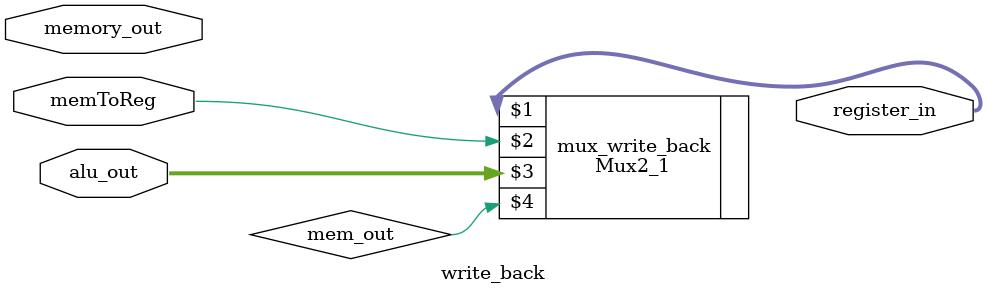
<source format=sv>

`include "../rtl/struct.sv"

module write_back(
    input logic memToReg,
    input logic [31:0] alu_out,
    input logic [31:0] memory_out,
    output logic [31:0] register_in
);

Mux2_1 mux_write_back (register_in, memToReg, alu_out, mem_out);


endmodule

</source>
